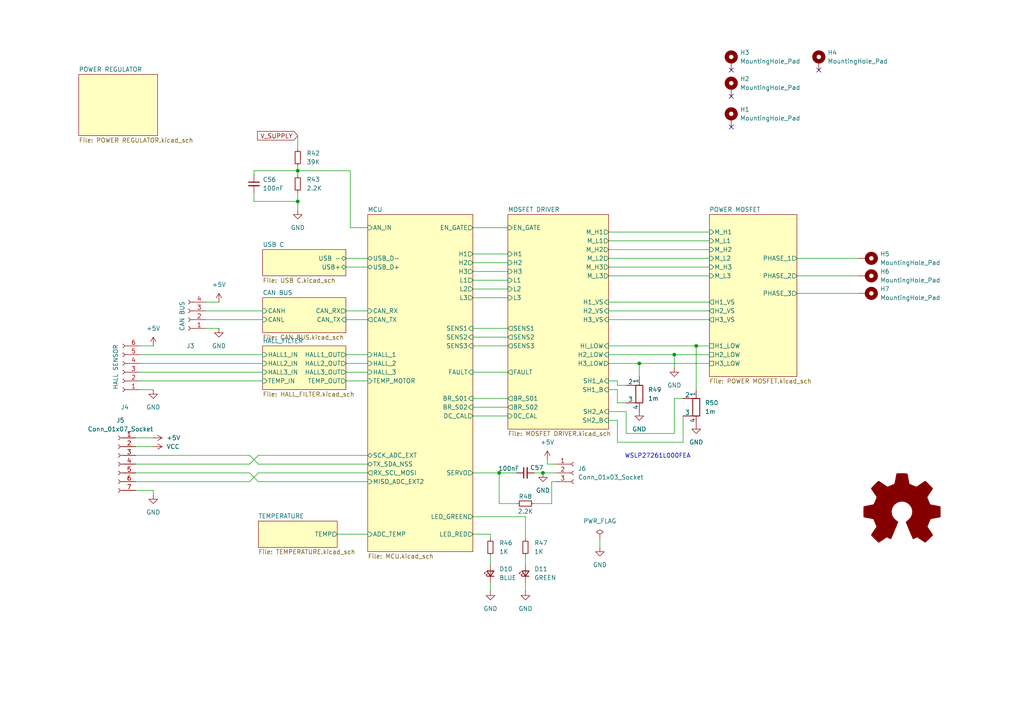
<source format=kicad_sch>
(kicad_sch (version 20231120) (generator "eeschema") (generator_version "8.0")
  (paper "A4")
  (lib_symbols
    (symbol "Connector:Conn_01x03_Socket" (pin_names (offset 1.016) hide)
      (property "Reference" "J" (at 0 5.08 0))
      (property "Value" "Conn_01x03_Socket" (at 0 -5.08 0))
      (symbol "Conn_01x03_Socket_1_1"
        (arc (start 0 -2.032) (mid -0.5058 -2.54) (end 0 -3.048) (stroke (width 0.1524)))
        (polyline (pts (xy -1.27 -2.54) (xy -0.508 -2.54)) (stroke (width 0.1524)))
        (polyline (pts (xy -1.27 0) (xy -0.508 0)) (stroke (width 0.1524)))
        (polyline (pts (xy -1.27 2.54) (xy -0.508 2.54)) (stroke (width 0.1524)))
        (arc (start 0 0.508) (mid -0.5058 0) (end 0 -0.508) (stroke (width 0.1524)))
        (arc (start 0 3.048) (mid -0.5058 2.54) (end 0 2.032) (stroke (width 0.1524)))
        (pin passive line (at -5.08 2.54 0) (length 3.81) (name "Pin_1") (number "1"))
        (pin passive line (at -5.08 0 0) (length 3.81) (name "Pin_2") (number "2"))
        (pin passive line (at -5.08 -2.54 0) (length 3.81) (name "Pin_3") (number "3"))
      )
    )
    (symbol "Connector:Conn_01x04_Socket" (pin_names (offset 1.016) hide)
      (property "Reference" "J" (at 0 5.08 0))
      (property "Value" "Conn_01x04_Socket" (at 0 -7.62 0))
      (symbol "Conn_01x04_Socket_1_1"
        (arc (start 0 -4.572) (mid -0.5058 -5.08) (end 0 -5.588) (stroke (width 0.1524)))
        (arc (start 0 -2.032) (mid -0.5058 -2.54) (end 0 -3.048) (stroke (width 0.1524)))
        (polyline (pts (xy -1.27 -5.08) (xy -0.508 -5.08)) (stroke (width 0.1524)))
        (polyline (pts (xy -1.27 -2.54) (xy -0.508 -2.54)) (stroke (width 0.1524)))
        (polyline (pts (xy -1.27 0) (xy -0.508 0)) (stroke (width 0.1524)))
        (polyline (pts (xy -1.27 2.54) (xy -0.508 2.54)) (stroke (width 0.1524)))
        (arc (start 0 0.508) (mid -0.5058 0) (end 0 -0.508) (stroke (width 0.1524)))
        (arc (start 0 3.048) (mid -0.5058 2.54) (end 0 2.032) (stroke (width 0.1524)))
        (pin passive line (at -5.08 2.54 0) (length 3.81) (name "Pin_1") (number "1"))
        (pin passive line (at -5.08 0 0) (length 3.81) (name "Pin_2") (number "2"))
        (pin passive line (at -5.08 -2.54 0) (length 3.81) (name "Pin_3") (number "3"))
        (pin passive line (at -5.08 -5.08 0) (length 3.81) (name "Pin_4") (number "4"))
      )
    )
    (symbol "Connector:Conn_01x06_Socket" (pin_names (offset 1.016) hide)
      (property "Reference" "J" (at 0 7.62 0))
      (property "Value" "Conn_01x06_Socket" (at 0 -10.16 0))
      (symbol "Conn_01x06_Socket_1_1"
        (arc (start 0 -7.112) (mid -0.5058 -7.62) (end 0 -8.128) (stroke (width 0.1524)))
        (arc (start 0 -4.572) (mid -0.5058 -5.08) (end 0 -5.588) (stroke (width 0.1524)))
        (arc (start 0 -2.032) (mid -0.5058 -2.54) (end 0 -3.048) (stroke (width 0.1524)))
        (polyline (pts (xy -1.27 -7.62) (xy -0.508 -7.62)) (stroke (width 0.1524)))
        (polyline (pts (xy -1.27 -5.08) (xy -0.508 -5.08)) (stroke (width 0.1524)))
        (polyline (pts (xy -1.27 -2.54) (xy -0.508 -2.54)) (stroke (width 0.1524)))
        (polyline (pts (xy -1.27 0) (xy -0.508 0)) (stroke (width 0.1524)))
        (polyline (pts (xy -1.27 2.54) (xy -0.508 2.54)) (stroke (width 0.1524)))
        (polyline (pts (xy -1.27 5.08) (xy -0.508 5.08)) (stroke (width 0.1524)))
        (arc (start 0 0.508) (mid -0.5058 0) (end 0 -0.508) (stroke (width 0.1524)))
        (arc (start 0 3.048) (mid -0.5058 2.54) (end 0 2.032) (stroke (width 0.1524)))
        (arc (start 0 5.588) (mid -0.5058 5.08) (end 0 4.572) (stroke (width 0.1524)))
        (pin passive line (at -5.08 5.08 0) (length 3.81) (name "Pin_1") (number "1"))
        (pin passive line (at -5.08 2.54 0) (length 3.81) (name "Pin_2") (number "2"))
        (pin passive line (at -5.08 0 0) (length 3.81) (name "Pin_3") (number "3"))
        (pin passive line (at -5.08 -2.54 0) (length 3.81) (name "Pin_4") (number "4"))
        (pin passive line (at -5.08 -5.08 0) (length 3.81) (name "Pin_5") (number "5"))
        (pin passive line (at -5.08 -7.62 0) (length 3.81) (name "Pin_6") (number "6"))
      )
    )
    (symbol "Connector:Conn_01x07_Socket" (pin_names (offset 1.016) hide)
      (property "Reference" "J" (at 0 10.16 0))
      (property "Value" "Conn_01x07_Socket" (at 0 -10.16 0))
      (symbol "Conn_01x07_Socket_1_1"
        (arc (start 0 -7.112) (mid -0.5058 -7.62) (end 0 -8.128) (stroke (width 0.1524)))
        (arc (start 0 -4.572) (mid -0.5058 -5.08) (end 0 -5.588) (stroke (width 0.1524)))
        (arc (start 0 -2.032) (mid -0.5058 -2.54) (end 0 -3.048) (stroke (width 0.1524)))
        (polyline (pts (xy -1.27 -7.62) (xy -0.508 -7.62)) (stroke (width 0.1524)))
        (polyline (pts (xy -1.27 -5.08) (xy -0.508 -5.08)) (stroke (width 0.1524)))
        (polyline (pts (xy -1.27 -2.54) (xy -0.508 -2.54)) (stroke (width 0.1524)))
        (polyline (pts (xy -1.27 0) (xy -0.508 0)) (stroke (width 0.1524)))
        (polyline (pts (xy -1.27 2.54) (xy -0.508 2.54)) (stroke (width 0.1524)))
        (polyline (pts (xy -1.27 5.08) (xy -0.508 5.08)) (stroke (width 0.1524)))
        (polyline (pts (xy -1.27 7.62) (xy -0.508 7.62)) (stroke (width 0.1524)))
        (arc (start 0 0.508) (mid -0.5058 0) (end 0 -0.508) (stroke (width 0.1524)))
        (arc (start 0 3.048) (mid -0.5058 2.54) (end 0 2.032) (stroke (width 0.1524)))
        (arc (start 0 5.588) (mid -0.5058 5.08) (end 0 4.572) (stroke (width 0.1524)))
        (arc (start 0 8.128) (mid -0.5058 7.62) (end 0 7.112) (stroke (width 0.1524)))
        (pin passive line (at -5.08 7.62 0) (length 3.81) (name "Pin_1") (number "1"))
        (pin passive line (at -5.08 5.08 0) (length 3.81) (name "Pin_2") (number "2"))
        (pin passive line (at -5.08 2.54 0) (length 3.81) (name "Pin_3") (number "3"))
        (pin passive line (at -5.08 0 0) (length 3.81) (name "Pin_4") (number "4"))
        (pin passive line (at -5.08 -2.54 0) (length 3.81) (name "Pin_5") (number "5"))
        (pin passive line (at -5.08 -5.08 0) (length 3.81) (name "Pin_6") (number "6"))
        (pin passive line (at -5.08 -7.62 0) (length 3.81) (name "Pin_7") (number "7"))
      )
    )
    (symbol "Device:C_Small" (pin_numbers hide) (pin_names (offset 0.254) hide)
      (property "Reference" "C" (at 0.254 1.778 0))
      (property "Value" "C_Small" (at 0.254 -2.032 0))
      (symbol "C_Small_0_1"
        (polyline (pts (xy -1.524 -0.508) (xy 1.524 -0.508)) (stroke (width 0.3302)))
        (polyline (pts (xy -1.524 0.508) (xy 1.524 0.508)) (stroke (width 0.3048)))
      )
      (symbol "C_Small_1_1"
        (pin passive line (at 0 2.54 270) (length 2.032) (name "~") (number "1"))
        (pin passive line (at 0 -2.54 90) (length 2.032) (name "~") (number "2"))
      )
    )
    (symbol "Device:LED_Small" (pin_numbers hide) (pin_names (offset 0.254) hide)
      (property "Reference" "D" (at -1.27 3.175 0))
      (property "Value" "LED_Small" (at -4.445 -2.54 0))
      (symbol "LED_Small_0_1"
        (polyline (pts (xy -0.762 -1.016) (xy -0.762 1.016)) (stroke (width 0.254)))
        (polyline (pts (xy 1.016 0) (xy -0.762 0)))
        (polyline (pts (xy 0.762 -1.016) (xy -0.762 0) (xy 0.762 1.016) (xy 0.762 -1.016)) (stroke (width 0.254)))
        (polyline (pts (xy 0 0.762) (xy -0.508 1.27) (xy -0.254 1.27) (xy -0.508 1.27) (xy -0.508 1.016)))
        (polyline (pts (xy 0.508 1.27) (xy 0 1.778) (xy 0.254 1.778) (xy 0 1.778) (xy 0 1.524)))
      )
      (symbol "LED_Small_1_1"
        (pin passive line (at -2.54 0 0) (length 1.778) (name "K") (number "1"))
        (pin passive line (at 2.54 0 180) (length 1.778) (name "A") (number "2"))
      )
    )
    (symbol "Device:R_Shunt" (pin_numbers hide) (pin_names (offset 0))
      (property "Reference" "R" (at -4.445 0 90))
      (property "Value" "R_Shunt" (at -2.54 0 90))
      (symbol "R_Shunt_0_1"
        (rectangle (start -1.016 -2.54) (end 1.016 2.54) (stroke (width 0.254)))
        (polyline (pts (xy 0 -2.54) (xy 1.27 -2.54)))
        (polyline (pts (xy 1.27 2.54) (xy 0 2.54)))
      )
      (symbol "R_Shunt_1_1"
        (pin passive line (at 0 5.08 270) (length 2.54) (name "1") (number "1"))
        (pin passive line (at 3.81 2.54 180) (length 2.54) (name "2") (number "2"))
        (pin passive line (at 3.81 -2.54 180) (length 2.54) (name "3") (number "3"))
        (pin passive line (at 0 -5.08 90) (length 2.54) (name "4") (number "4"))
      )
    )
    (symbol "Device:R_Small" (pin_numbers hide) (pin_names (offset 0.254) hide)
      (property "Reference" "R" (at 0.762 0.508 0))
      (property "Value" "R_Small" (at 0.762 -1.016 0))
      (symbol "R_Small_0_1"
        (rectangle (start -0.762 1.778) (end 0.762 -1.778) (stroke (width 0.2032)))
      )
      (symbol "R_Small_1_1"
        (pin passive line (at 0 2.54 270) (length 0.762) (name "~") (number "1"))
        (pin passive line (at 0 -2.54 90) (length 0.762) (name "~") (number "2"))
      )
    )
    (symbol "Graphic:Logo_Open_Hardware_Large" (in_bom no) (on_board no)
      (symbol "Logo_Open_Hardware_Large_1_1"
        (polyline (pts (xy 6.731 -8.7122) (xy 6.6294 -8.6614) (xy 6.35 -8.4836) (xy 5.9944 -8.255) (xy 5.5372 -7.9502) (xy 5.1054 -7.6454) (xy 4.7498 -7.4168) (xy 4.4958 -7.239) (xy 4.3942 -7.1882) (xy 4.318 -7.2136) (xy 4.1148 -7.3152) (xy 3.81 -7.4676) (xy 3.6322 -7.5692) (xy 3.3528 -7.6708) (xy 3.2258 -7.6962) (xy 3.2004 -7.6708) (xy 3.0988 -7.4676) (xy 2.9464 -7.0866) (xy 2.7178 -6.604) (xy 2.4892 -6.0452) (xy 2.2352 -5.4356) (xy 1.9558 -4.826) (xy 1.7272 -4.2164) (xy 1.4986 -3.683) (xy 1.3208 -3.2512) (xy 1.2192 -2.9464) (xy 1.1684 -2.8194) (xy 1.1938 -2.794) (xy 1.3208 -2.667) (xy 1.5748 -2.4892) (xy 2.0828 -2.0574) (xy 2.6162 -1.397) (xy 2.921 -0.6604) (xy 3.048 0.1524) (xy 2.9464 0.9144) (xy 2.6416 1.6256) (xy 2.1336 2.286) (xy 1.524 2.7686) (xy 0.8128 3.0734) (xy 0 3.175) (xy -0.762 3.0988) (xy -1.4986 2.794) (xy -2.159 2.286) (xy -2.4384 1.9812) (xy -2.8194 1.3208) (xy -3.048 0.6096) (xy -3.0734 0.4318) (xy -3.0226 -0.3556) (xy -2.794 -1.0922) (xy -2.3876 -1.7526) (xy -1.8288 -2.3114) (xy -1.7526 -2.3622) (xy -1.4732 -2.5654) (xy -1.2954 -2.6924) (xy -1.1684 -2.8194) (xy -2.159 -5.207) (xy -2.3114 -5.588) (xy -2.5908 -6.2484) (xy -2.8194 -6.8072) (xy -3.0226 -7.2644) (xy -3.1496 -7.5692) (xy -3.2258 -7.6708) (xy -3.2258 -7.6962) (xy -3.302 -7.6962) (xy -3.4798 -7.6454) (xy -3.8354 -7.4676) (xy -4.0386 -7.366) (xy -4.2926 -7.239) (xy -4.4196 -7.1882) (xy -4.5212 -7.239) (xy -4.7498 -7.3914) (xy -5.1054 -7.6454) (xy -5.5372 -7.9248) (xy -5.9436 -8.2042) (xy -6.3246 -8.4582) (xy -6.604 -8.636) (xy -6.731 -8.7122) (xy -6.7564 -8.7122) (xy -6.858 -8.636) (xy -7.0866 -8.4582) (xy -7.4168 -8.1534) (xy -7.874 -7.6962) (xy -7.9502 -7.62) (xy -8.3312 -7.239) (xy -8.636 -6.9088) (xy -8.8392 -6.6802) (xy -8.9154 -6.5786) (xy -8.9154 -6.5786) (xy -8.8392 -6.4516) (xy -8.6614 -6.1722) (xy -8.4328 -5.7912) (xy -8.128 -5.3594) (xy -7.3152 -4.191) (xy -7.7724 -3.0988) (xy -7.8994 -2.7686) (xy -8.0772 -2.3622) (xy -8.2042 -2.0828) (xy -8.255 -1.9558) (xy -8.382 -1.905) (xy -8.6614 -1.8542) (xy -9.0932 -1.7526) (xy -9.6266 -1.651) (xy -10.1092 -1.5748) (xy -10.541 -1.4732) (xy -10.8712 -1.4224) (xy -11.0236 -1.397) (xy -11.049 -1.3716) (xy -11.0744 -1.2954) (xy -11.0998 -1.143) (xy -11.0998 -0.889) (xy -11.1252 -0.4572) (xy -11.1252 0.1524) (xy -11.1252 0.2286) (xy -11.0998 0.8128) (xy -11.0998 1.27) (xy -11.0744 1.5494) (xy -11.0744 1.6764) (xy -11.0744 1.6764) (xy -10.922 1.7018) (xy -10.6172 1.778) (xy -10.16 1.8542) (xy -9.652 1.9558) (xy -9.6012 1.9812) (xy -9.0932 2.0828) (xy -8.636 2.159) (xy -8.3312 2.2352) (xy -8.2042 2.286) (xy -8.1788 2.3114) (xy -8.0772 2.5146) (xy -7.9248 2.8448) (xy -7.747 3.2512) (xy -7.5692 3.6576) (xy -7.4168 4.0386) (xy -7.3152 4.318) (xy -7.2898 4.445) (xy -7.2898 4.445) (xy -7.366 4.572) (xy -7.5438 4.826) (xy -7.7978 5.207) (xy -8.128 5.6642) (xy -8.128 5.6896) (xy -8.4328 6.1468) (xy -8.6868 6.5278) (xy -8.8392 6.7818) (xy -8.9154 6.9088) (xy -8.9154 6.9088) (xy -8.8138 7.0358) (xy -8.5852 7.2898) (xy -8.255 7.6454) (xy -7.874 8.0264) (xy -7.747 8.1534) (xy -7.3152 8.5852) (xy -7.0104 8.8646) (xy -6.8326 8.9916) (xy -6.731 9.0424) (xy -6.731 9.0424) (xy -6.604 8.9408) (xy -6.3246 8.763) (xy -5.9436 8.509) (xy -5.4864 8.2042) (xy -5.461 8.1788) (xy -5.0038 7.874) (xy -4.6482 7.62) (xy -4.3688 7.4422) (xy -4.2672 7.3914) (xy -4.2418 7.3914) (xy -4.064 7.4422) (xy -3.7338 7.5438) (xy -3.3528 7.6962) (xy -2.9464 7.874) (xy -2.5654 8.0264) (xy -2.286 8.1534) (xy -2.159 8.2296) (xy -2.159 8.2296) (xy -2.1082 8.382) (xy -2.032 8.7122) (xy -1.9304 9.1694) (xy -1.8288 9.7282) (xy -1.8034 9.8044) (xy -1.7018 10.3378) (xy -1.6256 10.7696) (xy -1.5748 11.0744) (xy -1.524 11.2014) (xy -1.4478 11.2268) (xy -1.1938 11.2522) (xy -0.8128 11.2522) (xy -0.3302 11.2522) (xy 0.1524 11.2522) (xy 0.6604 11.2522) (xy 1.0668 11.2268) (xy 1.3716 11.2014) (xy 1.4986 11.176) (xy 1.4986 11.176) (xy 1.5494 11.0236) (xy 1.6256 10.6934) (xy 1.7018 10.2108) (xy 1.8288 9.6774) (xy 1.8288 9.5758) (xy 1.9304 9.0424) (xy 2.032 8.6106) (xy 2.0828 8.3058) (xy 2.1336 8.2042) (xy 2.159 8.1788) (xy 2.3876 8.0772) (xy 2.7432 7.9248) (xy 3.175 7.747) (xy 4.191 7.3406) (xy 5.461 8.2042) (xy 5.5626 8.2804) (xy 6.0198 8.5852) (xy 6.3754 8.8392) (xy 6.6294 8.9916) (xy 6.7564 9.0424) (xy 6.7564 9.0424) (xy 6.8834 8.9408) (xy 7.1374 8.7122) (xy 7.4676 8.382) (xy 7.8486 7.9756) (xy 8.1534 7.6962) (xy 8.4836 7.3406) (xy 8.7122 7.112) (xy 8.8392 6.9596) (xy 8.8646 6.858) (xy 8.8646 6.8072) (xy 8.7884 6.6802) (xy 8.6106 6.4008) (xy 8.3312 6.0198) (xy 8.0264 5.588) (xy 7.7978 5.207) (xy 7.5184 4.8006) (xy 7.3406 4.4958) (xy 7.2898 4.3434) (xy 7.2898 4.2926) (xy 7.3914 4.0386) (xy 7.5184 3.683) (xy 7.7216 3.2258) (xy 8.1534 2.2352) (xy 8.7884 2.1082) (xy 9.1948 2.0574) (xy 9.7536 1.9304) (xy 10.2616 1.8288) (xy 11.0998 1.6764) (xy 11.1252 -1.3208) (xy 10.9982 -1.3716) (xy 10.8712 -1.397) (xy 10.5664 -1.4732) (xy 10.1346 -1.5494) (xy 9.6266 -1.651) (xy 9.1948 -1.7272) (xy 8.7376 -1.8288) (xy 8.4328 -1.8796) (xy 8.2804 -1.905) (xy 8.255 -1.9558) (xy 8.1534 -2.159) (xy 7.9756 -2.5146) (xy 7.8232 -2.921) (xy 7.6454 -3.3274) (xy 7.493 -3.7338) (xy 7.366 -4.0132) (xy 7.3406 -4.191) (xy 7.3914 -4.2926) (xy 7.5692 -4.5466) (xy 7.7978 -4.9276) (xy 8.1026 -5.3594) (xy 8.4074 -5.7912) (xy 8.6614 -6.1722) (xy 8.8138 -6.4262) (xy 8.89 -6.5532) (xy 8.8646 -6.6548) (xy 8.6868 -6.858) (xy 8.3566 -7.1882) (xy 7.874 -7.6708) (xy 7.7978 -7.747) (xy 7.3914 -8.128) (xy 7.0612 -8.4328) (xy 6.8326 -8.636) (xy 6.731 -8.7122)) (fill (type outline)))
      )
    )
    (symbol "Mechanical:MountingHole_Pad" (pin_numbers hide) (pin_names (offset 1.016) hide) (exclude_from_sim yes) (in_bom no)
      (property "Reference" "H" (at 0 6.35 0))
      (property "Value" "MountingHole_Pad" (at 0 4.445 0))
      (symbol "MountingHole_Pad_0_1"
        (circle (center 0 1.27) (radius 1.27) (stroke (width 1.27)))
      )
      (symbol "MountingHole_Pad_1_1"
        (pin input line (at 0 -2.54 90) (length 2.54) (name "1") (number "1"))
      )
    )
    (symbol "power:+5V" (power) (pin_numbers hide) (pin_names (offset 0) hide)
      (property "Value" "+5V" (at 0 3.556 0))
      (symbol "+5V_0_1"
        (polyline (pts (xy -0.762 1.27) (xy 0 2.54)))
        (polyline (pts (xy 0 0) (xy 0 2.54)))
        (polyline (pts (xy 0 2.54) (xy 0.762 1.27)))
      )
      (symbol "+5V_1_1"
        (pin power_in line (at 0 0 90) (length 0) (name "~") (number "1"))
      )
    )
    (symbol "power:GND" (power) (pin_numbers hide) (pin_names (offset 0) hide)
      (property "Value" "GND" (at 0 -3.81 0))
      (symbol "GND_0_1"
        (polyline (pts (xy 0 0) (xy 0 -1.27) (xy 1.27 -1.27) (xy 0 -2.54) (xy -1.27 -1.27) (xy 0 -1.27)))
      )
      (symbol "GND_1_1"
        (pin power_in line (at 0 0 270) (length 0) (name "~") (number "1"))
      )
    )
    (symbol "power:PWR_FLAG" (power) (pin_numbers hide) (pin_names (offset 0) hide)
      (property "Value" "PWR_FLAG" (at 0 3.81 0))
      (symbol "PWR_FLAG_0_0"
        (pin power_out line (at 0 0 90) (length 0) (name "~") (number "1"))
      )
      (symbol "PWR_FLAG_0_1"
        (polyline (pts (xy 0 0) (xy 0 1.27) (xy -1.016 1.905) (xy 0 2.54) (xy 1.016 1.905) (xy 0 1.27)))
      )
    )
    (symbol "power:VCC" (power) (pin_numbers hide) (pin_names (offset 0) hide)
      (property "Value" "VCC" (at 0 3.556 0))
      (symbol "VCC_0_1"
        (polyline (pts (xy -0.762 1.27) (xy 0 2.54)))
        (polyline (pts (xy 0 0) (xy 0 2.54)))
        (polyline (pts (xy 0 2.54) (xy 0.762 1.27)))
      )
      (symbol "VCC_1_1"
        (pin power_in line (at 0 0 90) (length 0) (name "~") (number "1"))
      )
    )
  )
  (junction (at 201.93 100.33))
  (junction (at 144.78 137.16))
  (junction (at 195.58 102.87))
  (junction (at 86.36 49.53))
  (junction (at 157.48 137.16))
  (junction (at 185.42 105.41))
  (junction (at 86.36 58.42))
  (no_connect (at 212.09 27.94))
  (no_connect (at 212.09 20.32))
  (no_connect (at 237.49 20.32))
  (no_connect (at 212.09 36.83))
  (wire (pts (xy 86.36 58.42) (xy 86.36 55.88)))
  (wire (pts (xy 97.79 154.94) (xy 106.68 154.94)))
  (wire (pts (xy 144.78 146.05) (xy 144.78 137.16)))
  (wire (pts (xy 195.58 125.73) (xy 195.58 115.57)))
  (wire (pts (xy 176.53 74.93) (xy 205.74 74.93)))
  (wire (pts (xy 179.07 111.76) (xy 181.61 111.76)))
  (wire (pts (xy 142.24 154.94) (xy 142.24 156.21)))
  (wire (pts (xy 137.16 76.2) (xy 147.32 76.2)))
  (wire (pts (xy 39.37 137.16) (xy 72.39 137.16)))
  (wire (pts (xy 86.36 58.42) (xy 86.36 60.96)))
  (wire (pts (xy 100.33 74.93) (xy 106.68 74.93)))
  (wire (pts (xy 74.93 137.16) (xy 106.68 137.16)))
  (wire (pts (xy 195.58 102.87) (xy 205.74 102.87)))
  (wire (pts (xy 73.66 50.8) (xy 73.66 49.53)))
  (wire (pts (xy 161.29 134.62) (xy 158.75 134.62)))
  (wire (pts (xy 100.33 102.87) (xy 106.68 102.87)))
  (wire (pts (xy 137.16 118.11) (xy 147.32 118.11)))
  (wire (pts (xy 137.16 149.86) (xy 152.4 149.86)))
  (wire (pts (xy 176.53 113.03) (xy 179.07 113.03)))
  (wire (pts (xy 201.93 100.33) (xy 201.93 113.03)))
  (wire (pts (xy 154.94 146.05) (xy 160.02 146.05)))
  (wire (pts (xy 231.14 80.01) (xy 248.92 80.01)))
  (wire (pts (xy 176.53 92.71) (xy 205.74 92.71)))
  (wire (pts (xy 160.02 139.7) (xy 161.29 139.7)))
  (wire (pts (xy 176.53 121.92) (xy 179.07 121.92)))
  (wire (pts (xy 73.66 49.53) (xy 86.36 49.53)))
  (wire (pts (xy 176.53 80.01) (xy 205.74 80.01)))
  (wire (pts (xy 176.53 72.39) (xy 205.74 72.39)))
  (wire (pts (xy 176.53 119.38) (xy 181.61 119.38)))
  (wire (pts (xy 176.53 105.41) (xy 185.42 105.41)))
  (wire (pts (xy 101.6 49.53) (xy 101.6 66.04)))
  (wire (pts (xy 72.39 139.7) (xy 74.93 137.16)))
  (wire (pts (xy 152.4 168.91) (xy 152.4 171.45)))
  (wire (pts (xy 137.16 66.04) (xy 147.32 66.04)))
  (wire (pts (xy 74.93 132.08) (xy 106.68 132.08)))
  (wire (pts (xy 137.16 78.74) (xy 147.32 78.74)))
  (wire (pts (xy 198.12 128.27) (xy 198.12 120.65)))
  (wire (pts (xy 100.33 77.47) (xy 106.68 77.47)))
  (wire (pts (xy 185.42 105.41) (xy 185.42 109.22)))
  (wire (pts (xy 142.24 161.29) (xy 142.24 163.83)))
  (wire (pts (xy 86.36 49.53) (xy 101.6 49.53)))
  (wire (pts (xy 176.53 90.17) (xy 205.74 90.17)))
  (wire (pts (xy 142.24 168.91) (xy 142.24 171.45)))
  (wire (pts (xy 137.16 107.95) (xy 147.32 107.95)))
  (wire (pts (xy 72.39 132.08) (xy 74.93 134.62)))
  (wire (pts (xy 137.16 154.94) (xy 142.24 154.94)))
  (wire (pts (xy 137.16 115.57) (xy 147.32 115.57)))
  (wire (pts (xy 137.16 137.16) (xy 144.78 137.16)))
  (wire (pts (xy 185.42 105.41) (xy 205.74 105.41)))
  (wire (pts (xy 59.69 95.25) (xy 63.5 95.25)))
  (wire (pts (xy 39.37 139.7) (xy 72.39 139.7)))
  (wire (pts (xy 137.16 100.33) (xy 147.32 100.33)))
  (wire (pts (xy 59.69 92.71) (xy 76.2 92.71)))
  (wire (pts (xy 40.64 107.95) (xy 76.2 107.95)))
  (wire (pts (xy 157.48 137.16) (xy 161.29 137.16)))
  (wire (pts (xy 137.16 86.36) (xy 147.32 86.36)))
  (wire (pts (xy 40.64 100.33) (xy 44.45 100.33)))
  (wire (pts (xy 176.53 77.47) (xy 205.74 77.47)))
  (wire (pts (xy 39.37 132.08) (xy 72.39 132.08)))
  (wire (pts (xy 74.93 134.62) (xy 106.68 134.62)))
  (wire (pts (xy 231.14 85.09) (xy 248.92 85.09)))
  (wire (pts (xy 176.53 110.49) (xy 179.07 110.49)))
  (wire (pts (xy 72.39 137.16) (xy 74.93 139.7)))
  (wire (pts (xy 59.69 87.63) (xy 63.5 87.63)))
  (wire (pts (xy 179.07 110.49) (xy 179.07 111.76)))
  (wire (pts (xy 101.6 66.04) (xy 106.68 66.04)))
  (wire (pts (xy 179.07 128.27) (xy 198.12 128.27)))
  (wire (pts (xy 86.36 39.37) (xy 86.36 43.18)))
  (wire (pts (xy 160.02 146.05) (xy 160.02 139.7)))
  (wire (pts (xy 73.66 55.88) (xy 73.66 58.42)))
  (wire (pts (xy 39.37 127) (xy 44.45 127)))
  (wire (pts (xy 137.16 120.65) (xy 147.32 120.65)))
  (wire (pts (xy 86.36 48.26) (xy 86.36 49.53)))
  (wire (pts (xy 181.61 125.73) (xy 195.58 125.73)))
  (wire (pts (xy 176.53 69.85) (xy 205.74 69.85)))
  (wire (pts (xy 179.07 116.84) (xy 181.61 116.84)))
  (wire (pts (xy 137.16 81.28) (xy 147.32 81.28)))
  (wire (pts (xy 40.64 102.87) (xy 76.2 102.87)))
  (wire (pts (xy 73.66 58.42) (xy 86.36 58.42)))
  (wire (pts (xy 201.93 100.33) (xy 205.74 100.33)))
  (wire (pts (xy 100.33 107.95) (xy 106.68 107.95)))
  (wire (pts (xy 154.94 137.16) (xy 157.48 137.16)))
  (wire (pts (xy 137.16 73.66) (xy 147.32 73.66)))
  (wire (pts (xy 176.53 87.63) (xy 205.74 87.63)))
  (wire (pts (xy 100.33 92.71) (xy 106.68 92.71)))
  (wire (pts (xy 137.16 95.25) (xy 147.32 95.25)))
  (wire (pts (xy 137.16 83.82) (xy 147.32 83.82)))
  (wire (pts (xy 74.93 139.7) (xy 106.68 139.7)))
  (wire (pts (xy 149.86 146.05) (xy 144.78 146.05)))
  (wire (pts (xy 231.14 74.93) (xy 248.92 74.93)))
  (wire (pts (xy 100.33 110.49) (xy 106.68 110.49)))
  (wire (pts (xy 40.64 105.41) (xy 76.2 105.41)))
  (wire (pts (xy 179.07 121.92) (xy 179.07 128.27)))
  (wire (pts (xy 195.58 115.57) (xy 198.12 115.57)))
  (wire (pts (xy 59.69 90.17) (xy 76.2 90.17)))
  (wire (pts (xy 137.16 97.79) (xy 147.32 97.79)))
  (wire (pts (xy 152.4 149.86) (xy 152.4 156.21)))
  (wire (pts (xy 195.58 102.87) (xy 195.58 106.68)))
  (wire (pts (xy 176.53 102.87) (xy 195.58 102.87)))
  (wire (pts (xy 40.64 113.03) (xy 44.45 113.03)))
  (wire (pts (xy 181.61 119.38) (xy 181.61 125.73)))
  (wire (pts (xy 39.37 134.62) (xy 72.39 134.62)))
  (wire (pts (xy 100.33 105.41) (xy 106.68 105.41)))
  (wire (pts (xy 144.78 137.16) (xy 149.86 137.16)))
  (wire (pts (xy 100.33 90.17) (xy 106.68 90.17)))
  (wire (pts (xy 39.37 142.24) (xy 44.45 142.24)))
  (wire (pts (xy 40.64 110.49) (xy 76.2 110.49)))
  (wire (pts (xy 158.75 134.62) (xy 158.75 133.35)))
  (wire (pts (xy 176.53 67.31) (xy 205.74 67.31)))
  (wire (pts (xy 179.07 113.03) (xy 179.07 116.84)))
  (wire (pts (xy 72.39 134.62) (xy 74.93 132.08)))
  (wire (pts (xy 86.36 49.53) (xy 86.36 50.8)))
  (wire (pts (xy 44.45 142.24) (xy 44.45 143.51)))
  (wire (pts (xy 173.99 156.21) (xy 173.99 158.75)))
  (wire (pts (xy 152.4 161.29) (xy 152.4 163.83)))
  (wire (pts (xy 176.53 100.33) (xy 201.93 100.33)))
  (wire (pts (xy 39.37 129.54) (xy 44.45 129.54)))
  (text "WSLP27261L000FEA" (at 190.754 132.334 0) (effects (font (size 1.27 1.27))))
  (global_label "V_SUPPLY" (shape input) (at 86.36 39.37 180) (property "Intersheetrefs" "${INTERSHEET_REFS}" (effects (hide yes))))
  (symbol (lib_id "Mechanical:MountingHole_Pad") (at 237.49 17.78 0) (unit 1) (exclude_from_sim yes) (in_bom no)
    (property "Reference" "H4" (at 240.03 15.2399 0) (effects (justify left)))
    (property "Value" "MountingHole_Pad" (at 240.03 17.7799 0) (effects (justify left)))
    (property "Footprint" "MountingHole:MountingHole_3.2mm_M3_Pad" (effects (hide yes)))
    (property "Description" "Mounting Hole with connection" (effects (hide yes)))
  )
  (symbol (lib_id "Connector:Conn_01x07_Socket") (at 34.29 134.62 0) (mirror y) (unit 1)
    (property "Reference" "J5" (at 34.925 121.92 0))
    (property "Value" "Conn_01x07_Socket" (at 34.925 124.46 0))
    (property "Footprint" "Connector_JST:JST_XH_B7B-XH-AM_1x07_P2.50mm_Vertical" (effects (hide yes)))
    (property "Description" "Generic connector, single row, 01x07, script generated" (effects (hide yes)))
  )
  (symbol (lib_id "power:GND") (at 86.36 60.96 0) (unit 1)
    (property "Reference" "#PWR066" (effects (hide yes)))
    (property "Value" "GND" (at 86.36 66.04 0))
    (property "Description" "Power symbol creates a global label with name \"GND\" , ground" (effects (hide yes)))
  )
  (symbol (lib_id "Device:R_Small") (at 152.4 146.05 90) (unit 1)
    (property "Reference" "R48" (at 152.4 144.018 90))
    (property "Value" "2.2K" (at 152.4 148.336 90))
    (property "Footprint" "Resistor_SMD:R_0603_1608Metric" (effects (hide yes)))
    (property "Description" "Resistor, small symbol" (effects (hide yes)))
  )
  (symbol (lib_id "power:GND") (at 195.58 106.68 0) (unit 1)
    (property "Reference" "#PWR034" (effects (hide yes)))
    (property "Value" "GND" (at 195.58 111.76 0))
    (property "Description" "Power symbol creates a global label with name \"GND\" , ground" (effects (hide yes)))
  )
  (symbol (lib_id "Device:C_Small") (at 73.66 53.34 0) (unit 1)
    (property "Reference" "C56" (at 76.2 52.0762 0) (effects (justify left)))
    (property "Value" "100nF" (at 76.2 54.6162 0) (effects (justify left)))
    (property "Footprint" "Capacitor_SMD:C_0603_1608Metric" (effects (hide yes)))
    (property "Description" "Unpolarized capacitor, small symbol" (effects (hide yes)))
  )
  (symbol (lib_id "Device:R_Small") (at 152.4 158.75 0) (unit 1)
    (property "Reference" "R47" (at 154.94 157.4799 0) (effects (justify left)))
    (property "Value" "1K" (at 154.94 160.0199 0) (effects (justify left)))
    (property "Footprint" "Resistor_SMD:R_0603_1608Metric" (effects (hide yes)))
    (property "Description" "Resistor, small symbol" (effects (hide yes)))
  )
  (symbol (lib_id "power:GND") (at 185.42 119.38 0) (unit 1)
    (property "Reference" "#PWR05" (effects (hide yes)))
    (property "Value" "GND" (at 185.42 124.46 0))
    (property "Description" "Power symbol creates a global label with name \"GND\" , ground" (effects (hide yes)))
  )
  (symbol (lib_id "power:GND") (at 44.45 143.51 0) (unit 1)
    (property "Reference" "#PWR078" (effects (hide yes)))
    (property "Value" "GND" (at 44.45 148.59 0))
    (property "Description" "Power symbol creates a global label with name \"GND\" , ground" (effects (hide yes)))
  )
  (symbol (lib_id "power:+5V") (at 44.45 100.33 0) (unit 1)
    (property "Reference" "#PWR077" (effects (hide yes)))
    (property "Value" "+5V" (at 44.45 95.25 0))
    (property "Description" "Power symbol creates a global label with name \"+5V\"" (effects (hide yes)))
  )
  (symbol (lib_id "Device:R_Shunt") (at 185.42 114.3 0) (mirror y) (unit 1)
    (property "Reference" "R49" (at 187.96 113.0299 0) (effects (justify right)))
    (property "Value" "1m" (at 187.96 115.5699 0) (effects (justify right)))
    (property "Footprint" "WSLP27261L000FEA:WSLP2726_1mOHM_VIS" (effects (hide yes)))
    (property "Description" "Shunt resistor" (effects (hide yes)))
  )
  (symbol (lib_id "Device:R_Small") (at 142.24 158.75 0) (unit 1)
    (property "Reference" "R46" (at 144.78 157.4799 0) (effects (justify left)))
    (property "Value" "1K" (at 144.78 160.0199 0) (effects (justify left)))
    (property "Footprint" "Resistor_SMD:R_0603_1608Metric" (effects (hide yes)))
    (property "Description" "Resistor, small symbol" (effects (hide yes)))
  )
  (symbol (lib_id "power:GND") (at 44.45 113.03 0) (unit 1)
    (property "Reference" "#PWR076" (effects (hide yes)))
    (property "Value" "GND" (at 44.45 118.11 0))
    (property "Description" "Power symbol creates a global label with name \"GND\" , ground" (effects (hide yes)))
  )
  (symbol (lib_id "power:+5V") (at 158.75 133.35 0) (unit 1)
    (property "Reference" "#PWR083" (effects (hide yes)))
    (property "Value" "+5V" (at 158.75 128.27 0))
    (property "Description" "Power symbol creates a global label with name \"+5V\"" (effects (hide yes)))
  )
  (symbol (lib_id "power:+5V") (at 44.45 127 270) (unit 1)
    (property "Reference" "#PWR079" (effects (hide yes)))
    (property "Value" "+5V" (at 48.26 126.9999 90) (effects (justify left)))
    (property "Description" "Power symbol creates a global label with name \"+5V\"" (effects (hide yes)))
  )
  (symbol (lib_id "Connector:Conn_01x04_Socket") (at 54.61 92.71 180) (unit 1)
    (property "Reference" "J3" (at 55.245 100.33 0))
    (property "Value" "CAN BUS" (at 52.832 91.694 90))
    (property "Footprint" "Connector_JST:JST_XH_B4B-XH-AM_1x04_P2.50mm_Vertical" (effects (hide yes)))
    (property "Description" "Generic connector, single row, 01x04, script generated" (effects (hide yes)))
  )
  (symbol (lib_id "Mechanical:MountingHole_Pad") (at 212.09 34.29 0) (unit 1) (exclude_from_sim yes) (in_bom no)
    (property "Reference" "H1" (at 214.63 31.7499 0) (effects (justify left)))
    (property "Value" "MountingHole_Pad" (at 214.63 34.2899 0) (effects (justify left)))
    (property "Footprint" "MountingHole:MountingHole_3.2mm_M3_Pad" (effects (hide yes)))
    (property "Description" "Mounting Hole with connection" (effects (hide yes)))
  )
  (symbol (lib_id "power:GND") (at 152.4 171.45 0) (unit 1)
    (property "Reference" "#PWR082" (effects (hide yes)))
    (property "Value" "GND" (at 152.4 176.53 0))
    (property "Description" "Power symbol creates a global label with name \"GND\" , ground" (effects (hide yes)))
  )
  (symbol (lib_id "power:GND") (at 173.99 158.75 0) (unit 1)
    (property "Reference" "#PWR089" (effects (hide yes)))
    (property "Value" "GND" (at 173.99 163.83 0))
    (property "Description" "Power symbol creates a global label with name \"GND\" , ground" (effects (hide yes)))
  )
  (symbol (lib_id "Device:LED_Small") (at 152.4 166.37 90) (unit 1)
    (property "Reference" "D11" (at 154.94 165.0364 90) (effects (justify right)))
    (property "Value" "GREEN" (at 154.94 167.5764 90) (effects (justify right)))
    (property "Footprint" "LED_SMD:LED_0603_1608Metric_Pad1.05x0.95mm_HandSolder" (effects (hide yes)))
    (property "Description" "Light emitting diode, small symbol" (effects (hide yes)))
  )
  (symbol (lib_id "Mechanical:MountingHole_Pad") (at 212.09 17.78 0) (unit 1) (exclude_from_sim yes) (in_bom no)
    (property "Reference" "H3" (at 214.63 15.2399 0) (effects (justify left)))
    (property "Value" "MountingHole_Pad" (at 214.63 17.7799 0) (effects (justify left)))
    (property "Footprint" "MountingHole:MountingHole_3.2mm_M3_Pad" (effects (hide yes)))
    (property "Description" "Mounting Hole with connection" (effects (hide yes)))
  )
  (symbol (lib_id "Graphic:Logo_Open_Hardware_Large") (at 261.62 148.59 0) (unit 1) (exclude_from_sim yes) (in_bom no) (on_board no)
    (property "Reference" "#SYM1" (effects (hide yes)))
    (property "Value" "Logo_Open_Hardware_Large" (effects (hide yes)))
    (property "Footprint" "Symbol:OSHW-Logo_38.1x40mm_SilkScreen" (effects (hide yes)))
    (property "Description" "Open Hardware logo, large" (effects (hide yes)))
  )
  (symbol (lib_id "power:GND") (at 142.24 171.45 0) (unit 1)
    (property "Reference" "#PWR081" (effects (hide yes)))
    (property "Value" "GND" (at 142.24 176.53 0))
    (property "Description" "Power symbol creates a global label with name \"GND\" , ground" (effects (hide yes)))
  )
  (symbol (lib_id "Device:R_Small") (at 86.36 53.34 0) (unit 1)
    (property "Reference" "R43" (at 88.9 52.0699 0) (effects (justify left)))
    (property "Value" "2.2K" (at 88.9 54.6099 0) (effects (justify left)))
    (property "Footprint" "Resistor_SMD:R_0603_1608Metric" (effects (hide yes)))
    (property "Description" "Resistor, small symbol" (effects (hide yes)))
  )
  (symbol (lib_id "power:GND") (at 63.5 95.25 0) (unit 1)
    (property "Reference" "#PWR074" (effects (hide yes)))
    (property "Value" "GND" (at 63.5 100.33 0))
    (property "Description" "Power symbol creates a global label with name \"GND\" , ground" (effects (hide yes)))
  )
  (symbol (lib_id "power:GND") (at 201.93 123.19 0) (unit 1)
    (property "Reference" "#PWR033" (effects (hide yes)))
    (property "Value" "GND" (at 201.93 128.27 0))
    (property "Description" "Power symbol creates a global label with name \"GND\" , ground" (effects (hide yes)))
  )
  (symbol (lib_id "Device:LED_Small") (at 142.24 166.37 90) (unit 1)
    (property "Reference" "D10" (at 144.78 165.0364 90) (effects (justify right)))
    (property "Value" "BLUE" (at 144.78 167.5764 90) (effects (justify right)))
    (property "Footprint" "LED_SMD:LED_0603_1608Metric_Pad1.05x0.95mm_HandSolder" (effects (hide yes)))
    (property "Description" "Light emitting diode, small symbol" (effects (hide yes)))
  )
  (symbol (lib_id "power:+5V") (at 63.5 87.63 0) (unit 1)
    (property "Reference" "#PWR075" (effects (hide yes)))
    (property "Value" "+5V" (at 63.5 82.55 0))
    (property "Description" "Power symbol creates a global label with name \"+5V\"" (effects (hide yes)))
  )
  (symbol (lib_id "Device:R_Shunt") (at 201.93 118.11 0) (mirror y) (unit 1)
    (property "Reference" "R50" (at 204.47 116.8399 0) (effects (justify right)))
    (property "Value" "1m" (at 204.47 119.3799 0) (effects (justify right)))
    (property "Footprint" "WSLP27261L000FEA:WSLP2726_1mOHM_VIS" (effects (hide yes)))
    (property "Description" "Shunt resistor" (effects (hide yes)))
  )
  (symbol (lib_id "power:PWR_FLAG") (at 173.99 156.21 0) (unit 1)
    (property "Reference" "#FLG01" (effects (hide yes)))
    (property "Value" "PWR_FLAG" (at 173.99 151.13 0))
    (property "Description" "Special symbol for telling ERC where power comes from" (effects (hide yes)))
  )
  (symbol (lib_id "Device:R_Small") (at 86.36 45.72 0) (unit 1)
    (property "Reference" "R42" (at 88.9 44.4499 0) (effects (justify left)))
    (property "Value" "39K" (at 88.9 46.9899 0) (effects (justify left)))
    (property "Footprint" "Resistor_SMD:R_0603_1608Metric" (effects (hide yes)))
    (property "Description" "Resistor, small symbol" (effects (hide yes)))
  )
  (symbol (lib_id "power:GND") (at 157.48 137.16 0) (unit 1)
    (property "Reference" "#PWR084" (effects (hide yes)))
    (property "Value" "GND" (at 157.48 142.24 0))
    (property "Description" "Power symbol creates a global label with name \"GND\" , ground" (effects (hide yes)))
  )
  (symbol (lib_id "Mechanical:MountingHole_Pad") (at 251.46 85.09 270) (unit 1) (exclude_from_sim yes) (in_bom no)
    (property "Reference" "H7" (at 255.27 83.8199 90) (effects (justify left)))
    (property "Value" "MountingHole_Pad" (at 255.27 86.3599 90) (effects (justify left)))
    (property "Footprint" "MountingHole:MountingHole_4.3mm_M4_ISO7380_Pad" (effects (hide yes)))
    (property "Description" "Mounting Hole with connection" (effects (hide yes)))
  )
  (symbol (lib_id "Connector:Conn_01x06_Socket") (at 35.56 107.95 180) (unit 1)
    (property "Reference" "J4" (at 36.195 118.11 0))
    (property "Value" "HALL SENSOR" (at 33.528 106.426 90))
    (property "Footprint" "Connector_JST:JST_XH_B6B-XH-AM_1x06_P2.50mm_Vertical" (effects (hide yes)))
    (property "Description" "Generic connector, single row, 01x06, script generated" (effects (hide yes)))
  )
  (symbol (lib_id "Mechanical:MountingHole_Pad") (at 251.46 80.01 270) (unit 1) (exclude_from_sim yes) (in_bom no)
    (property "Reference" "H6" (at 255.27 78.7399 90) (effects (justify left)))
    (property "Value" "MountingHole_Pad" (at 255.27 81.2799 90) (effects (justify left)))
    (property "Footprint" "MountingHole:MountingHole_4.3mm_M4_ISO7380_Pad" (effects (hide yes)))
    (property "Description" "Mounting Hole with connection" (effects (hide yes)))
  )
  (symbol (lib_id "Mechanical:MountingHole_Pad") (at 251.46 74.93 270) (unit 1) (exclude_from_sim yes) (in_bom no)
    (property "Reference" "H5" (at 255.27 73.6599 90) (effects (justify left)))
    (property "Value" "MountingHole_Pad" (at 255.27 76.1999 90) (effects (justify left)))
    (property "Footprint" "MountingHole:MountingHole_4.3mm_M4_ISO7380_Pad" (effects (hide yes)))
    (property "Description" "Mounting Hole with connection" (effects (hide yes)))
  )
  (symbol (lib_id "Device:C_Small") (at 152.4 137.16 90) (unit 1)
    (property "Reference" "C57" (at 155.702 135.636 90))
    (property "Value" "100nF" (at 147.574 135.89 90))
    (property "Footprint" "Capacitor_SMD:C_0603_1608Metric" (effects (hide yes)))
    (property "Description" "Unpolarized capacitor, small symbol" (effects (hide yes)))
  )
  (symbol (lib_id "power:VCC") (at 44.45 129.54 270) (unit 1)
    (property "Reference" "#PWR080" (effects (hide yes)))
    (property "Value" "VCC" (at 48.26 129.5399 90) (effects (justify left)))
    (property "Description" "Power symbol creates a global label with name \"VCC\"" (effects (hide yes)))
  )
  (symbol (lib_id "Mechanical:MountingHole_Pad") (at 212.09 25.4 0) (unit 1) (exclude_from_sim yes) (in_bom no)
    (property "Reference" "H2" (at 214.63 22.8599 0) (effects (justify left)))
    (property "Value" "MountingHole_Pad" (at 214.63 25.3999 0) (effects (justify left)))
    (property "Footprint" "MountingHole:MountingHole_3.2mm_M3_Pad" (effects (hide yes)))
    (property "Description" "Mounting Hole with connection" (effects (hide yes)))
  )
  (symbol (lib_id "Connector:Conn_01x03_Socket") (at 166.37 137.16 0) (unit 1)
    (property "Reference" "J6" (at 167.64 135.8899 0) (effects (justify left)))
    (property "Value" "Conn_01x03_Socket" (at 167.64 138.4299 0) (effects (justify left)))
    (property "Footprint" "Connector_JST:JST_XH_B3B-XH-AM_1x03_P2.50mm_Vertical" (effects (hide yes)))
    (property "Description" "Generic connector, single row, 01x03, script generated" (effects (hide yes)))
  )
  (sheet (at 106.68 62.23) (size 30.48 97.79) (stroke (width 0.1524)) (fill (color 255 255 194 1.0000))
    (property "Sheetname" "MCU" (at 106.68 61.5184 0) (effects (justify left bottom)))
    (property "Sheetfile" "MCU.kicad_sch" (at 106.68 160.6046 0) (effects (justify left top)))
    (pin "FAULT" input (at 137.16 107.95 0))
    (pin "EN_GATE" output (at 137.16 66.04 0))
    (pin "HALL_3" input (at 106.68 107.95 180))
    (pin "TEMP_MOTOR" input (at 106.68 110.49 180))
    (pin "LED_GREEN" output (at 137.16 149.86 0))
    (pin "LED_RED" output (at 137.16 154.94 0))
    (pin "TX_SDA_NSS" bidirectional (at 106.68 134.62 180))
    (pin "AN_IN" input (at 106.68 66.04 180))
    (pin "RX_SCL_MOSI" output (at 106.68 137.16 180))
    (pin "SENS3" input (at 137.16 100.33 0))
    (pin "SCK_ADC_EXT" bidirectional (at 106.68 132.08 180))
    (pin "ADC_TEMP" input (at 106.68 154.94 180))
    (pin "SENS2" input (at 137.16 97.79 0))
    (pin "SENS1" input (at 137.16 95.25 0))
    (pin "MISO_ADC_EXT2" input (at 106.68 139.7 180))
    (pin "H1" output (at 137.16 73.66 0))
    (pin "H3" output (at 137.16 78.74 0))
    (pin "H2" output (at 137.16 76.2 0))
    (pin "BR_S02" input (at 137.16 118.11 0))
    (pin "BR_S01" input (at 137.16 115.57 0))
    (pin "L2" output (at 137.16 83.82 0))
    (pin "L1" output (at 137.16 81.28 0))
    (pin "L3" output (at 137.16 86.36 0))
    (pin "SERVO" output (at 137.16 137.16 0))
    (pin "CAN_TX" output (at 106.68 92.71 180))
    (pin "CAN_RX" input (at 106.68 90.17 180))
    (pin "HALL_2" input (at 106.68 105.41 180))
    (pin "HALL_1" input (at 106.68 102.87 180))
    (pin "DC_CAL" output (at 137.16 120.65 0))
    (pin "USB_D+" bidirectional (at 106.68 77.47 180))
    (pin "USB_D-" bidirectional (at 106.68 74.93 180))
  )
  (sheet (at 74.93 151.13) (size 22.86 7.62) (stroke (width 0.1524)) (fill (color 255 255 194 1.0000))
    (property "Sheetname" "TEMPERATURE" (at 74.93 150.4184 0) (effects (justify left bottom)))
    (property "Sheetfile" "TEMPERATURE.kicad_sch" (at 74.93 159.3346 0) (effects (justify left top)))
    (pin "TEMP" output (at 97.79 154.94 0))
  )
  (sheet (at 76.2 100.33) (size 24.13 12.7) (stroke (width 0.1524)) (fill (color 255 255 194 1.0000))
    (property "Sheetname" "HALL_FILTER" (at 76.2 99.6184 0) (effects (justify left bottom)))
    (property "Sheetfile" "HALL_FILTER.kicad_sch" (at 76.2 113.6146 0) (effects (justify left top)))
    (pin "TEMP_OUT" output (at 100.33 110.49 0))
    (pin "TEMP_IN" input (at 76.2 110.49 180))
    (pin "HALL3_OUT" output (at 100.33 107.95 0))
    (pin "HALL2_OUT" output (at 100.33 105.41 0))
    (pin "HALL2_IN" input (at 76.2 105.41 180))
    (pin "HALL1_IN" input (at 76.2 102.87 180))
    (pin "HALL1_OUT" output (at 100.33 102.87 0))
    (pin "HALL3_IN" input (at 76.2 107.95 180))
  )
  (sheet (at 205.74 62.23) (size 25.4 46.99) (stroke (width 0.1524) (color 132 0 0 1)) (fill (color 255 255 194 1.0000))
    (property "Sheetname" "POWER MOSFET" (at 205.74 61.5184 0) (effects (justify left bottom)))
    (property "Sheetfile" "POWER MOSFET.kicad_sch" (at 205.74 109.8046 0) (effects (justify left top)))
    (pin "M_L1" input (at 205.74 69.85 180))
    (pin "H1_VS" output (at 205.74 87.63 180))
    (pin "M_H1" input (at 205.74 67.31 180))
    (pin "PHASE_1" output (at 231.14 74.93 0))
    (pin "H1_LOW" passive (at 205.74 100.33 180))
    (pin "M_H3" input (at 205.74 77.47 180))
    (pin "H3_VS" output (at 205.74 92.71 180))
    (pin "PHASE_3" output (at 231.14 85.09 0))
    (pin "M_H2" input (at 205.74 72.39 180))
    (pin "H2_VS" output (at 205.74 90.17 180))
    (pin "M_L2" input (at 205.74 74.93 180))
    (pin "PHASE_2" output (at 231.14 80.01 0))
    (pin "H3_LOW" passive (at 205.74 105.41 180))
    (pin "M_L3" input (at 205.74 80.01 180))
    (pin "H2_LOW" passive (at 205.74 102.87 180))
  )
  (sheet (at 76.2 86.36) (size 24.13 10.16) (stroke (width 0.1524)) (fill (color 255 255 194 1.0000))
    (property "Sheetname" "CAN BUS" (at 76.2 85.6484 0) (effects (justify left bottom)))
    (property "Sheetfile" "CAN BUS.kicad_sch" (at 76.2 97.1046 0) (effects (justify left top)))
    (pin "CANL" input (at 76.2 92.71 180))
    (pin "CANH" input (at 76.2 90.17 180))
    (pin "CAN_TX" input (at 100.33 92.71 0))
    (pin "CAN_RX" output (at 100.33 90.17 0))
  )
  (sheet (at 147.32 62.23) (size 29.21 62.23) (stroke (width 0.1524)) (fill (color 255 255 194 1.0000))
    (property "Sheetname" "MOSFET DRIVER" (at 147.32 61.5184 0) (effects (justify left bottom)))
    (property "Sheetfile" "MOSFET DRIVER.kicad_sch" (at 147.32 125.0446 0) (effects (justify left top)))
    (pin "SH1_B" input (at 176.53 113.03 0))
    (pin "SH2_A" input (at 176.53 119.38 0))
    (pin "SH2_B" input (at 176.53 121.92 0))
    (pin "SH1_A" input (at 176.53 110.49 0))
    (pin "H3_VS" input (at 176.53 92.71 0))
    (pin "SENS3" output (at 147.32 100.33 180))
    (pin "SENS2" output (at 147.32 97.79 180))
    (pin "H1_VS" input (at 176.53 87.63 0))
    (pin "SENS1" output (at 147.32 95.25 180))
    (pin "H2_VS" input (at 176.53 90.17 0))
    (pin "M_L1" output (at 176.53 69.85 0))
    (pin "M_H1" output (at 176.53 67.31 0))
    (pin "HI_LOW" input (at 176.53 100.33 0))
    (pin "M_H2" output (at 176.53 72.39 0))
    (pin "DC_CAL" input (at 147.32 120.65 180))
    (pin "L1" input (at 147.32 81.28 180))
    (pin "H1" input (at 147.32 73.66 180))
    (pin "EN_GATE" input (at 147.32 66.04 180))
    (pin "H2" input (at 147.32 76.2 180))
    (pin "L2" input (at 147.32 83.82 180))
    (pin "L3" input (at 147.32 86.36 180))
    (pin "H3" input (at 147.32 78.74 180))
    (pin "H3_LOW" output (at 176.53 105.41 0))
    (pin "M_L2" output (at 176.53 74.93 0))
    (pin "H2_LOW" input (at 176.53 102.87 0))
    (pin "M_H3" output (at 176.53 77.47 0))
    (pin "M_L3" output (at 176.53 80.01 0))
    (pin "FAULT" output (at 147.32 107.95 180))
    (pin "BR_S02" output (at 147.32 118.11 180))
    (pin "BR_S01" output (at 147.32 115.57 180))
  )
  (sheet (at 76.2 72.39) (size 24.13 7.62) (stroke (width 0.1524)) (fill (color 255 255 194 1.0000))
    (property "Sheetname" "USB C" (at 76.2 71.6784 0) (effects (justify left bottom)))
    (property "Sheetfile" "USB C.kicad_sch" (at 76.2 80.5946 0) (effects (justify left top)))
    (pin "USB -" bidirectional (at 100.33 74.93 0))
    (pin "USB+" bidirectional (at 100.33 77.47 0))
  )
  (sheet (at 22.86 21.59) (size 22.86 17.78) (stroke (width 0.1524)) (fill (color 255 255 194 1.0000))
    (property "Sheetname" "POWER REGULATOR" (at 22.86 20.8784 0) (effects (justify left bottom)))
    (property "Sheetfile" "POWER REGULATOR.kicad_sch" (at 22.86 39.9546 0) (effects (justify left top)))
  )
)
</source>
